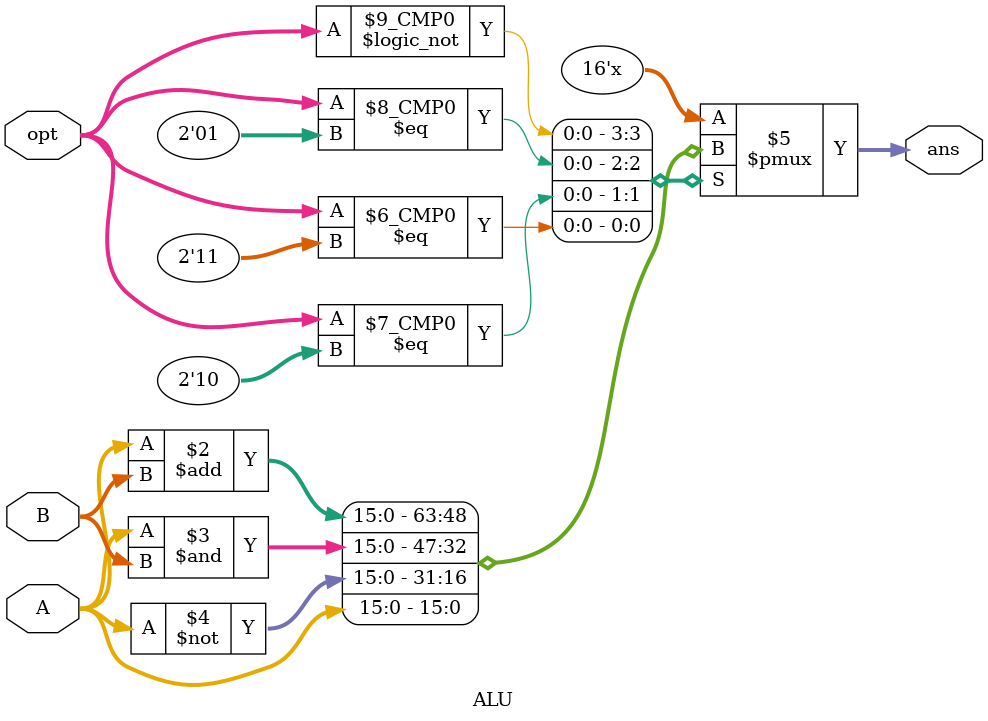
<source format=sv>
module ALU
(
	input  logic [15:0] A,B,
	input  logic [1:0] opt,
	output logic [15:0] ans
);
		always_comb begin
		case(opt) 
			2'b00	:	ans = A + B;
			2'b01	:	ans = A & B;
			2'b10	:	ans = ~A;
			2'b11	:	ans = A;
		endcase
	end 
endmodule 
</source>
